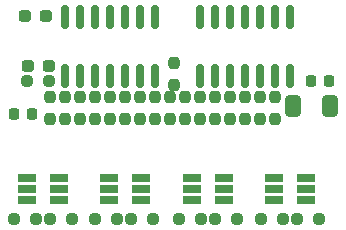
<source format=gbr>
%TF.GenerationSoftware,KiCad,Pcbnew,7.0.5*%
%TF.CreationDate,2024-08-16T02:05:39-04:00*%
%TF.ProjectId,74ls245_high_current_attempt_2,37346c73-3234-4355-9f68-6967685f6375,rev?*%
%TF.SameCoordinates,Original*%
%TF.FileFunction,Paste,Top*%
%TF.FilePolarity,Positive*%
%FSLAX46Y46*%
G04 Gerber Fmt 4.6, Leading zero omitted, Abs format (unit mm)*
G04 Created by KiCad (PCBNEW 7.0.5) date 2024-08-16 02:05:39*
%MOMM*%
%LPD*%
G01*
G04 APERTURE LIST*
G04 Aperture macros list*
%AMRoundRect*
0 Rectangle with rounded corners*
0 $1 Rounding radius*
0 $2 $3 $4 $5 $6 $7 $8 $9 X,Y pos of 4 corners*
0 Add a 4 corners polygon primitive as box body*
4,1,4,$2,$3,$4,$5,$6,$7,$8,$9,$2,$3,0*
0 Add four circle primitives for the rounded corners*
1,1,$1+$1,$2,$3*
1,1,$1+$1,$4,$5*
1,1,$1+$1,$6,$7*
1,1,$1+$1,$8,$9*
0 Add four rect primitives between the rounded corners*
20,1,$1+$1,$2,$3,$4,$5,0*
20,1,$1+$1,$4,$5,$6,$7,0*
20,1,$1+$1,$6,$7,$8,$9,0*
20,1,$1+$1,$8,$9,$2,$3,0*%
G04 Aperture macros list end*
%ADD10RoundRect,0.237500X-0.237500X0.250000X-0.237500X-0.250000X0.237500X-0.250000X0.237500X0.250000X0*%
%ADD11RoundRect,0.237500X0.287500X0.237500X-0.287500X0.237500X-0.287500X-0.237500X0.287500X-0.237500X0*%
%ADD12RoundRect,0.237500X0.250000X0.237500X-0.250000X0.237500X-0.250000X-0.237500X0.250000X-0.237500X0*%
%ADD13RoundRect,0.237500X0.237500X-0.250000X0.237500X0.250000X-0.237500X0.250000X-0.237500X-0.250000X0*%
%ADD14RoundRect,0.237500X-0.250000X-0.237500X0.250000X-0.237500X0.250000X0.237500X-0.250000X0.237500X0*%
%ADD15RoundRect,0.237500X-0.287500X-0.237500X0.287500X-0.237500X0.287500X0.237500X-0.287500X0.237500X0*%
%ADD16RoundRect,0.150000X-0.150000X0.825000X-0.150000X-0.825000X0.150000X-0.825000X0.150000X0.825000X0*%
%ADD17RoundRect,0.250000X-0.412500X-0.650000X0.412500X-0.650000X0.412500X0.650000X-0.412500X0.650000X0*%
%ADD18R,1.560000X0.650000*%
%ADD19RoundRect,0.225000X0.225000X0.250000X-0.225000X0.250000X-0.225000X-0.250000X0.225000X-0.250000X0*%
%ADD20RoundRect,0.225000X-0.225000X-0.250000X0.225000X-0.250000X0.225000X0.250000X-0.225000X0.250000X0*%
G04 APERTURE END LIST*
D10*
%TO.C,R26*%
X62579291Y-26814680D03*
X62579291Y-28639680D03*
%TD*%
D11*
%TO.C,OE*%
X51675000Y-22860000D03*
X49925000Y-22860000D03*
%TD*%
D12*
%TO.C,R25*%
X51966500Y-28321000D03*
X50141500Y-28321000D03*
%TD*%
D13*
%TO.C,R24*%
X62230000Y-31519500D03*
X62230000Y-29694500D03*
%TD*%
D14*
%TO.C,R23*%
X66016500Y-40005000D03*
X67841500Y-40005000D03*
%TD*%
D10*
%TO.C,R22*%
X67310000Y-29694500D03*
X67310000Y-31519500D03*
%TD*%
D13*
%TO.C,R21*%
X63500000Y-31519500D03*
X63500000Y-29694500D03*
%TD*%
D12*
%TO.C,R20*%
X64793500Y-40005000D03*
X62968500Y-40005000D03*
%TD*%
D10*
%TO.C,R19*%
X66040000Y-29694500D03*
X66040000Y-31519500D03*
%TD*%
D13*
%TO.C,R18*%
X57150000Y-31519500D03*
X57150000Y-29694500D03*
%TD*%
D14*
%TO.C,R17*%
X58904500Y-40005000D03*
X60729500Y-40005000D03*
%TD*%
D10*
%TO.C,R16*%
X59690000Y-29694500D03*
X59690000Y-31519500D03*
%TD*%
D13*
%TO.C,R15*%
X58420000Y-31519500D03*
X58420000Y-29694500D03*
%TD*%
D12*
%TO.C,R14*%
X57681500Y-40005000D03*
X55856500Y-40005000D03*
%TD*%
D10*
%TO.C,R13*%
X60960000Y-29694500D03*
X60960000Y-31519500D03*
%TD*%
D13*
%TO.C,R12*%
X52070000Y-31519500D03*
X52070000Y-29694500D03*
%TD*%
D14*
%TO.C,R11*%
X52046500Y-40005000D03*
X53871500Y-40005000D03*
%TD*%
D10*
%TO.C,R10*%
X55880000Y-29694500D03*
X55880000Y-31519500D03*
%TD*%
D13*
%TO.C,R9*%
X53340000Y-31519500D03*
X53340000Y-29694500D03*
%TD*%
D12*
%TO.C,R8*%
X50823500Y-40005000D03*
X48998500Y-40005000D03*
%TD*%
D10*
%TO.C,R7*%
X54610000Y-29694500D03*
X54610000Y-31519500D03*
%TD*%
D13*
%TO.C,R6*%
X64770000Y-31519500D03*
X64770000Y-29694500D03*
%TD*%
D14*
%TO.C,R5*%
X73001500Y-40005000D03*
X74826500Y-40005000D03*
%TD*%
D12*
%TO.C,R4*%
X71778500Y-40005000D03*
X69953500Y-40005000D03*
%TD*%
D13*
%TO.C,R3*%
X68580000Y-31519500D03*
X68580000Y-29694500D03*
%TD*%
D10*
%TO.C,R2*%
X69850000Y-29694500D03*
X69850000Y-31519500D03*
%TD*%
%TO.C,R1*%
X71120000Y-29694500D03*
X71120000Y-31519500D03*
%TD*%
D15*
%TO.C,5V*%
X50179000Y-27051000D03*
X51929000Y-27051000D03*
%TD*%
D16*
%TO.C,U3*%
X60960000Y-22925000D03*
X59690000Y-22925000D03*
X58420000Y-22925000D03*
X57150000Y-22925000D03*
X55880000Y-22925000D03*
X54610000Y-22925000D03*
X53340000Y-22925000D03*
X53340000Y-27875000D03*
X54610000Y-27875000D03*
X55880000Y-27875000D03*
X57150000Y-27875000D03*
X58420000Y-27875000D03*
X59690000Y-27875000D03*
X60960000Y-27875000D03*
%TD*%
%TO.C,U2*%
X72390000Y-22925000D03*
X71120000Y-22925000D03*
X69850000Y-22925000D03*
X68580000Y-22925000D03*
X67310000Y-22925000D03*
X66040000Y-22925000D03*
X64770000Y-22925000D03*
X64770000Y-27875000D03*
X66040000Y-27875000D03*
X67310000Y-27875000D03*
X68580000Y-27875000D03*
X69850000Y-27875000D03*
X71120000Y-27875000D03*
X72390000Y-27875000D03*
%TD*%
D17*
%TO.C,C1*%
X72605500Y-30480000D03*
X75730500Y-30480000D03*
%TD*%
D18*
%TO.C,Q4*%
X71040000Y-36515000D03*
X71040000Y-37465000D03*
X71040000Y-38415000D03*
X73740000Y-38415000D03*
X73740000Y-37465000D03*
X73740000Y-36515000D03*
%TD*%
%TO.C,Q3*%
X64055000Y-36515000D03*
X64055000Y-37465000D03*
X64055000Y-38415000D03*
X66755000Y-38415000D03*
X66755000Y-37465000D03*
X66755000Y-36515000D03*
%TD*%
%TO.C,Q2*%
X57070000Y-36515000D03*
X57070000Y-37465000D03*
X57070000Y-38415000D03*
X59770000Y-38415000D03*
X59770000Y-37465000D03*
X59770000Y-36515000D03*
%TD*%
%TO.C,Q1*%
X50085000Y-36515000D03*
X50085000Y-37465000D03*
X50085000Y-38415000D03*
X52785000Y-38415000D03*
X52785000Y-37465000D03*
X52785000Y-36515000D03*
%TD*%
D19*
%TO.C,C4*%
X49009000Y-31115000D03*
X50559000Y-31115000D03*
%TD*%
D20*
%TO.C,C2*%
X74155000Y-28321000D03*
X75705000Y-28321000D03*
%TD*%
M02*

</source>
